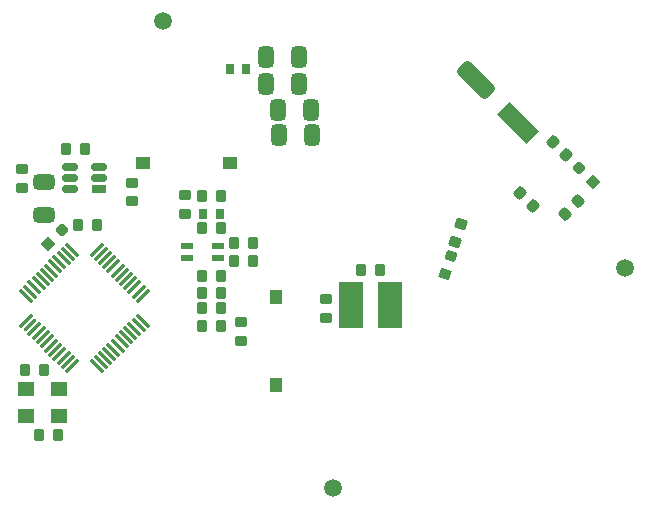
<source format=gbr>
%TF.GenerationSoftware,Altium Limited,Altium Designer,23.11.1 (41)*%
G04 Layer_Color=8421504*
%FSLAX26Y26*%
%MOIN*%
%TF.SameCoordinates,4DC999CF-56CA-410E-BBFC-AE2E78030286*%
%TF.FilePolarity,Positive*%
%TF.FileFunction,Paste,Top*%
%TF.Part,CustomerPanel*%
G01*
G75*
%TA.AperFunction,SMDPad,CuDef*%
%ADD10R,0.047244X0.039370*%
%ADD11R,0.051181X0.027559*%
G04:AMPARAMS|DCode=12|XSize=27.559mil|YSize=51.181mil|CornerRadius=6.89mil|HoleSize=0mil|Usage=FLASHONLY|Rotation=270.000|XOffset=0mil|YOffset=0mil|HoleType=Round|Shape=RoundedRectangle|*
%AMROUNDEDRECTD12*
21,1,0.027559,0.037401,0,0,270.0*
21,1,0.013780,0.051181,0,0,270.0*
1,1,0.013780,-0.018701,-0.006890*
1,1,0.013780,-0.018701,0.006890*
1,1,0.013780,0.018701,0.006890*
1,1,0.013780,0.018701,-0.006890*
%
%ADD12ROUNDEDRECTD12*%
%ADD13R,0.055118X0.047244*%
G04:AMPARAMS|DCode=14|XSize=39.37mil|YSize=35.433mil|CornerRadius=8.858mil|HoleSize=0mil|Usage=FLASHONLY|Rotation=90.000|XOffset=0mil|YOffset=0mil|HoleType=Round|Shape=RoundedRectangle|*
%AMROUNDEDRECTD14*
21,1,0.039370,0.017717,0,0,90.0*
21,1,0.021654,0.035433,0,0,90.0*
1,1,0.017716,0.008858,0.010827*
1,1,0.017716,0.008858,-0.010827*
1,1,0.017716,-0.008858,-0.010827*
1,1,0.017716,-0.008858,0.010827*
%
%ADD14ROUNDEDRECTD14*%
%TA.AperFunction,ConnectorPad*%
G04:AMPARAMS|DCode=15|XSize=58.071mil|YSize=11.811mil|CornerRadius=0mil|HoleSize=0mil|Usage=FLASHONLY|Rotation=45.000|XOffset=0mil|YOffset=0mil|HoleType=Round|Shape=Rectangle|*
%AMROTATEDRECTD15*
4,1,4,-0.016355,-0.024707,-0.024707,-0.016355,0.016355,0.024707,0.024707,0.016355,-0.016355,-0.024707,0.0*
%
%ADD15ROTATEDRECTD15*%

G04:AMPARAMS|DCode=16|XSize=58.071mil|YSize=11.811mil|CornerRadius=0mil|HoleSize=0mil|Usage=FLASHONLY|Rotation=45.000|XOffset=0mil|YOffset=0mil|HoleType=Round|Shape=Round|*
%AMOVALD16*
21,1,0.046260,0.011811,0.000000,0.000000,45.0*
1,1,0.011811,-0.016355,-0.016355*
1,1,0.011811,0.016355,0.016355*
%
%ADD16OVALD16*%

G04:AMPARAMS|DCode=17|XSize=58.071mil|YSize=11.811mil|CornerRadius=2.953mil|HoleSize=0mil|Usage=FLASHONLY|Rotation=45.000|XOffset=0mil|YOffset=0mil|HoleType=Round|Shape=RoundedRectangle|*
%AMROUNDEDRECTD17*
21,1,0.058071,0.005905,0,0,45.0*
21,1,0.052165,0.011811,0,0,45.0*
1,1,0.005906,0.020531,0.016355*
1,1,0.005906,-0.016355,-0.020531*
1,1,0.005906,-0.020531,-0.016355*
1,1,0.005906,0.016355,0.020531*
%
%ADD17ROUNDEDRECTD17*%
G04:AMPARAMS|DCode=18|XSize=58.071mil|YSize=11.811mil|CornerRadius=2.953mil|HoleSize=0mil|Usage=FLASHONLY|Rotation=135.000|XOffset=0mil|YOffset=0mil|HoleType=Round|Shape=RoundedRectangle|*
%AMROUNDEDRECTD18*
21,1,0.058071,0.005905,0,0,135.0*
21,1,0.052165,0.011811,0,0,135.0*
1,1,0.005906,-0.016355,0.020531*
1,1,0.005906,0.020531,-0.016355*
1,1,0.005906,0.016355,-0.020531*
1,1,0.005906,-0.020531,0.016355*
%
%ADD18ROUNDEDRECTD18*%
%TA.AperFunction,SMDPad,CuDef*%
G04:AMPARAMS|DCode=20|XSize=37.402mil|YSize=33.465mil|CornerRadius=8.366mil|HoleSize=0mil|Usage=FLASHONLY|Rotation=162.000|XOffset=0mil|YOffset=0mil|HoleType=Round|Shape=RoundedRectangle|*
%AMROUNDEDRECTD20*
21,1,0.037402,0.016732,0,0,162.0*
21,1,0.020669,0.033465,0,0,162.0*
1,1,0.016732,-0.007244,0.011150*
1,1,0.016732,0.012414,0.004763*
1,1,0.016732,0.007244,-0.011150*
1,1,0.016732,-0.012414,-0.004763*
%
%ADD20ROUNDEDRECTD20*%
G04:AMPARAMS|DCode=21|XSize=37.402mil|YSize=33.465mil|CornerRadius=0mil|HoleSize=0mil|Usage=FLASHONLY|Rotation=162.000|XOffset=0mil|YOffset=0mil|HoleType=Round|Shape=Rectangle|*
%AMROTATEDRECTD21*
4,1,4,0.022956,0.010134,0.012615,-0.021692,-0.022956,-0.010134,-0.012615,0.021692,0.022956,0.010134,0.0*
%
%ADD21ROTATEDRECTD21*%

%ADD22R,0.041339X0.023622*%
G04:AMPARAMS|DCode=23|XSize=59.055mil|YSize=137.795mil|CornerRadius=14.764mil|HoleSize=0mil|Usage=FLASHONLY|Rotation=225.000|XOffset=0mil|YOffset=0mil|HoleType=Round|Shape=RoundedRectangle|*
%AMROUNDEDRECTD23*
21,1,0.059055,0.108268,0,0,225.0*
21,1,0.029527,0.137795,0,0,225.0*
1,1,0.029528,-0.048718,0.027839*
1,1,0.029528,-0.027839,0.048718*
1,1,0.029528,0.048718,-0.027839*
1,1,0.029528,0.027839,-0.048718*
%
%ADD23ROUNDEDRECTD23*%
G04:AMPARAMS|DCode=24|XSize=59.055mil|YSize=137.795mil|CornerRadius=0mil|HoleSize=0mil|Usage=FLASHONLY|Rotation=225.000|XOffset=0mil|YOffset=0mil|HoleType=Round|Shape=Rectangle|*
%AMROTATEDRECTD24*
4,1,4,-0.027839,0.069597,0.069597,-0.027839,0.027839,-0.069597,-0.069597,0.027839,-0.027839,0.069597,0.0*
%
%ADD24ROTATEDRECTD24*%

%ADD25R,0.031496X0.035433*%
%TA.AperFunction,FiducialPad,Global*%
%ADD26C,0.059055*%
%TA.AperFunction,SMDPad,CuDef*%
G04:AMPARAMS|DCode=27|XSize=70.866mil|YSize=51.181mil|CornerRadius=12.795mil|HoleSize=0mil|Usage=FLASHONLY|Rotation=270.000|XOffset=0mil|YOffset=0mil|HoleType=Round|Shape=RoundedRectangle|*
%AMROUNDEDRECTD27*
21,1,0.070866,0.025591,0,0,270.0*
21,1,0.045276,0.051181,0,0,270.0*
1,1,0.025590,-0.012795,-0.022638*
1,1,0.025590,-0.012795,0.022638*
1,1,0.025590,0.012795,0.022638*
1,1,0.025590,0.012795,-0.022638*
%
%ADD27ROUNDEDRECTD27*%
G04:AMPARAMS|DCode=28|XSize=39.37mil|YSize=35.433mil|CornerRadius=8.858mil|HoleSize=0mil|Usage=FLASHONLY|Rotation=180.000|XOffset=0mil|YOffset=0mil|HoleType=Round|Shape=RoundedRectangle|*
%AMROUNDEDRECTD28*
21,1,0.039370,0.017717,0,0,180.0*
21,1,0.021654,0.035433,0,0,180.0*
1,1,0.017716,-0.010827,0.008858*
1,1,0.017716,0.010827,0.008858*
1,1,0.017716,0.010827,-0.008858*
1,1,0.017716,-0.010827,-0.008858*
%
%ADD28ROUNDEDRECTD28*%
G04:AMPARAMS|DCode=29|XSize=70.866mil|YSize=51.181mil|CornerRadius=12.795mil|HoleSize=0mil|Usage=FLASHONLY|Rotation=180.000|XOffset=0mil|YOffset=0mil|HoleType=Round|Shape=RoundedRectangle|*
%AMROUNDEDRECTD29*
21,1,0.070866,0.025591,0,0,180.0*
21,1,0.045276,0.051181,0,0,180.0*
1,1,0.025590,-0.022638,0.012795*
1,1,0.025590,0.022638,0.012795*
1,1,0.025590,0.022638,-0.012795*
1,1,0.025590,-0.022638,-0.012795*
%
%ADD29ROUNDEDRECTD29*%
%ADD30R,0.039370X0.047244*%
%ADD31R,0.078740X0.157480*%
G04:AMPARAMS|DCode=32|XSize=37.402mil|YSize=33.465mil|CornerRadius=8.366mil|HoleSize=0mil|Usage=FLASHONLY|Rotation=225.000|XOffset=0mil|YOffset=0mil|HoleType=Round|Shape=RoundedRectangle|*
%AMROUNDEDRECTD32*
21,1,0.037402,0.016732,0,0,225.0*
21,1,0.020669,0.033465,0,0,225.0*
1,1,0.016732,-0.013223,-0.001392*
1,1,0.016732,0.001392,0.013223*
1,1,0.016732,0.013223,0.001392*
1,1,0.016732,-0.001392,-0.013223*
%
%ADD32ROUNDEDRECTD32*%
G04:AMPARAMS|DCode=33|XSize=37.402mil|YSize=33.465mil|CornerRadius=0mil|HoleSize=0mil|Usage=FLASHONLY|Rotation=225.000|XOffset=0mil|YOffset=0mil|HoleType=Round|Shape=Rectangle|*
%AMROTATEDRECTD33*
4,1,4,0.001392,0.025055,0.025055,0.001392,-0.001392,-0.025055,-0.025055,-0.001392,0.001392,0.025055,0.0*
%
%ADD33ROTATEDRECTD33*%

G04:AMPARAMS|DCode=34|XSize=37.402mil|YSize=33.465mil|CornerRadius=8.366mil|HoleSize=0mil|Usage=FLASHONLY|Rotation=135.000|XOffset=0mil|YOffset=0mil|HoleType=Round|Shape=RoundedRectangle|*
%AMROUNDEDRECTD34*
21,1,0.037402,0.016732,0,0,135.0*
21,1,0.020669,0.033465,0,0,135.0*
1,1,0.016732,-0.001392,0.013223*
1,1,0.016732,0.013223,-0.001392*
1,1,0.016732,0.001392,-0.013223*
1,1,0.016732,-0.013223,0.001392*
%
%ADD34ROUNDEDRECTD34*%
G04:AMPARAMS|DCode=35|XSize=37.402mil|YSize=33.465mil|CornerRadius=0mil|HoleSize=0mil|Usage=FLASHONLY|Rotation=135.000|XOffset=0mil|YOffset=0mil|HoleType=Round|Shape=Rectangle|*
%AMROTATEDRECTD35*
4,1,4,0.025055,-0.001392,0.001392,-0.025055,-0.025055,0.001392,-0.001392,0.025055,0.025055,-0.001392,0.0*
%
%ADD35ROTATEDRECTD35*%

G04:AMPARAMS|DCode=36|XSize=39.37mil|YSize=35.433mil|CornerRadius=8.858mil|HoleSize=0mil|Usage=FLASHONLY|Rotation=225.000|XOffset=0mil|YOffset=0mil|HoleType=Round|Shape=RoundedRectangle|*
%AMROUNDEDRECTD36*
21,1,0.039370,0.017717,0,0,225.0*
21,1,0.021654,0.035433,0,0,225.0*
1,1,0.017716,-0.013920,-0.001392*
1,1,0.017716,0.001392,0.013920*
1,1,0.017716,0.013920,0.001392*
1,1,0.017716,-0.001392,-0.013920*
%
%ADD36ROUNDEDRECTD36*%
G04:AMPARAMS|DCode=37|XSize=39.37mil|YSize=35.433mil|CornerRadius=8.858mil|HoleSize=0mil|Usage=FLASHONLY|Rotation=315.000|XOffset=0mil|YOffset=0mil|HoleType=Round|Shape=RoundedRectangle|*
%AMROUNDEDRECTD37*
21,1,0.039370,0.017717,0,0,315.0*
21,1,0.021654,0.035433,0,0,315.0*
1,1,0.017716,0.001392,-0.013920*
1,1,0.017716,-0.013920,0.001392*
1,1,0.017716,-0.001392,0.013920*
1,1,0.017716,0.013920,-0.001392*
%
%ADD37ROUNDEDRECTD37*%
G04:AMPARAMS|DCode=38|XSize=39.37mil|YSize=35.433mil|CornerRadius=8.858mil|HoleSize=0mil|Usage=FLASHONLY|Rotation=162.000|XOffset=0mil|YOffset=0mil|HoleType=Round|Shape=RoundedRectangle|*
%AMROUNDEDRECTD38*
21,1,0.039370,0.017717,0,0,162.0*
21,1,0.021654,0.035433,0,0,162.0*
1,1,0.017716,-0.007560,0.011771*
1,1,0.017716,0.013034,0.005079*
1,1,0.017716,0.007560,-0.011771*
1,1,0.017716,-0.013034,-0.005079*
%
%ADD38ROUNDEDRECTD38*%
D10*
X828236Y1312000D02*
D03*
X1119575D02*
D03*
D11*
X681102Y1222441D02*
D03*
D12*
Y1259842D02*
D03*
Y1297244D02*
D03*
X586614Y1297244D02*
D03*
Y1259843D02*
D03*
X586614Y1222441D02*
D03*
D13*
X551063Y556811D02*
D03*
Y466811D02*
D03*
X441063Y556811D02*
D03*
Y466811D02*
D03*
D14*
X1025591Y767716D02*
D03*
X1088583D02*
D03*
Y1092520D02*
D03*
X1025591D02*
D03*
X484252Y403543D02*
D03*
X547244D02*
D03*
X498031Y620079D02*
D03*
X435039D02*
D03*
X572835Y1358268D02*
D03*
X635827D02*
D03*
X1088583Y935039D02*
D03*
X1025590D02*
D03*
X1088583Y826772D02*
D03*
X1025591D02*
D03*
X1088583Y1200787D02*
D03*
X1025591D02*
D03*
X1196850Y984252D02*
D03*
X1133858D02*
D03*
X1196850Y1043307D02*
D03*
X1133858D02*
D03*
X1557087Y954724D02*
D03*
X1620079D02*
D03*
X675197Y1102362D02*
D03*
X612205D02*
D03*
X1088583Y875984D02*
D03*
X1025591D02*
D03*
D15*
X439320Y785347D02*
D03*
D16*
X453240Y771428D02*
D03*
D17*
X467159Y757509D02*
D03*
X481079Y743589D02*
D03*
X494998Y729670D02*
D03*
X508918Y715750D02*
D03*
X522837Y701831D02*
D03*
X536756Y687912D02*
D03*
X550676Y673992D02*
D03*
X564595Y660073D02*
D03*
X578515Y646153D02*
D03*
X592434Y632234D02*
D03*
X828396Y868196D02*
D03*
X814477Y882115D02*
D03*
X800557Y896035D02*
D03*
X786638Y909954D02*
D03*
X772718Y923874D02*
D03*
X758799Y937793D02*
D03*
X744880Y951712D02*
D03*
X730960Y965632D02*
D03*
X717041Y979551D02*
D03*
X703121Y993471D02*
D03*
X689202Y1007390D02*
D03*
X675283Y1021310D02*
D03*
D18*
Y632234D02*
D03*
X689202Y646153D02*
D03*
X703121Y660073D02*
D03*
X717041Y673992D02*
D03*
X730960Y687912D02*
D03*
X744880Y701831D02*
D03*
X758799Y715750D02*
D03*
X772718Y729670D02*
D03*
X786638Y743589D02*
D03*
X800557Y757509D02*
D03*
X814477Y771428D02*
D03*
X828396Y785347D02*
D03*
X592434Y1021310D02*
D03*
X578515Y1007390D02*
D03*
X564595Y993471D02*
D03*
X550676Y979551D02*
D03*
X536756Y965632D02*
D03*
X522837Y951712D02*
D03*
X508918Y937793D02*
D03*
X494998Y923874D02*
D03*
X481079Y909954D02*
D03*
X467159Y896035D02*
D03*
X453240Y882115D02*
D03*
X439320Y868196D02*
D03*
D20*
X1854942Y1000890D02*
D03*
D21*
X1834869Y939110D02*
D03*
D22*
X975394Y994095D02*
D03*
X1079724Y994095D02*
D03*
Y1033465D02*
D03*
X975394D02*
D03*
D23*
X1938824Y1587297D02*
D03*
D24*
X2080803Y1445319D02*
D03*
D25*
X1118110Y1624016D02*
D03*
X1173228D02*
D03*
X1029527Y1141732D02*
D03*
X1084646D02*
D03*
D26*
X896349Y1785442D02*
D03*
X1461932Y227159D02*
D03*
X2437152Y960332D02*
D03*
D27*
X1281467Y1404104D02*
D03*
X1391703D02*
D03*
X1279787Y1488000D02*
D03*
X1390024D02*
D03*
X1238189Y1574803D02*
D03*
X1348425D02*
D03*
X1238189Y1663386D02*
D03*
X1348425D02*
D03*
D28*
X968504Y1202756D02*
D03*
Y1139764D02*
D03*
X1440945Y795276D02*
D03*
Y858268D02*
D03*
X425906Y1228504D02*
D03*
Y1291496D02*
D03*
X791905Y1182504D02*
D03*
Y1245496D02*
D03*
X1155512Y716535D02*
D03*
Y779528D02*
D03*
D29*
X498906Y1247118D02*
D03*
Y1136882D02*
D03*
D30*
X1273622Y570866D02*
D03*
Y862205D02*
D03*
D31*
X1523583Y836614D02*
D03*
X1653583D02*
D03*
D32*
X2284120Y1292652D02*
D03*
D33*
X2330054Y1246718D02*
D03*
D34*
X558400Y1085959D02*
D03*
D35*
X512466Y1040025D02*
D03*
D36*
X2196233Y1380539D02*
D03*
X2240775Y1335997D02*
D03*
X2085379Y1211722D02*
D03*
X2129921Y1167180D02*
D03*
D37*
X2235603Y1139146D02*
D03*
X2280145Y1183688D02*
D03*
D38*
X1890371Y1107909D02*
D03*
X1870906Y1048000D02*
D03*
%TF.MD5,ef964d5e5d65fab2889b4f4938390bf6*%
M02*

</source>
